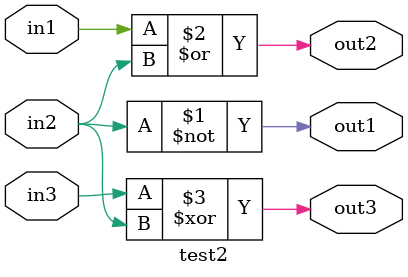
<source format=v>
module test2(out1, 
             out2,
             out3, 
             in1, 
             in2,
	     in3);
            
input  in1 , in2 , in3;
output out1 , out2, out3;

assign out1 = ~in2;         //not
assign out2 = in1 | in2;   //or
assign out3 = in3 ^ in2;   //xor

endmodule

</source>
